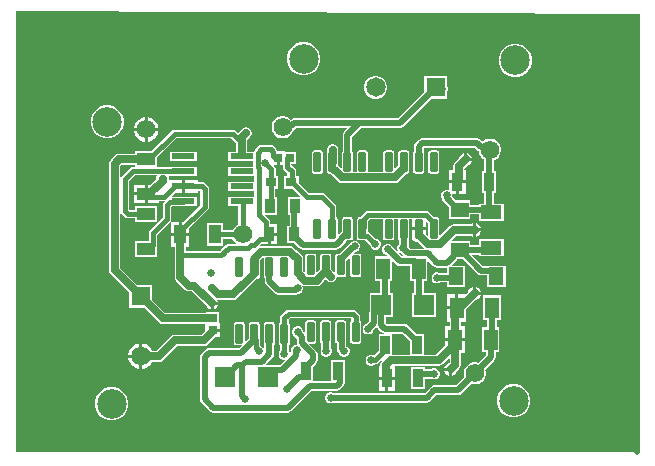
<source format=gtl>
G04*
G04 #@! TF.GenerationSoftware,Altium Limited,Altium Designer,25.3.3 (18)*
G04*
G04 Layer_Physical_Order=1*
G04 Layer_Color=255*
%FSLAX44Y44*%
%MOMM*%
G71*
G04*
G04 #@! TF.SameCoordinates,5CFDE4A5-D111-4E67-9A72-851D34BF8442*
G04*
G04*
G04 #@! TF.FilePolarity,Positive*
G04*
G01*
G75*
%ADD17R,0.7200X0.7200*%
%ADD18R,0.7200X0.7200*%
%ADD19R,1.7000X1.6800*%
G04:AMPARAMS|DCode=20|XSize=0.65mm|YSize=1.65mm|CornerRadius=0.0488mm|HoleSize=0mm|Usage=FLASHONLY|Rotation=180.000|XOffset=0mm|YOffset=0mm|HoleType=Round|Shape=RoundedRectangle|*
%AMROUNDEDRECTD20*
21,1,0.6500,1.5525,0,0,180.0*
21,1,0.5525,1.6500,0,0,180.0*
1,1,0.0975,-0.2763,0.7763*
1,1,0.0975,0.2763,0.7763*
1,1,0.0975,0.2763,-0.7763*
1,1,0.0975,-0.2763,-0.7763*
%
%ADD20ROUNDEDRECTD20*%
%ADD21R,0.8581X1.5621*%
%ADD22R,1.1500X1.8000*%
%ADD23R,1.2500X1.5000*%
%ADD24R,1.8000X1.1500*%
%ADD25R,1.5000X1.2500*%
%ADD26R,0.9000X1.2000*%
%ADD27R,1.0500X1.6000*%
%ADD28R,1.6000X1.0500*%
%ADD29R,1.9800X0.5300*%
%ADD30R,0.9000X0.8000*%
%ADD45C,1.5700*%
%ADD49C,0.5080*%
%ADD50C,0.4064*%
%ADD51C,0.6350*%
%ADD52C,1.6500*%
%ADD53R,1.6500X1.6500*%
%ADD54C,2.5000*%
%ADD55R,1.6500X1.6500*%
%ADD56C,0.6350*%
%ADD57C,0.5080*%
G36*
X1129030Y693420D02*
Y322580D01*
X1126490Y320040D01*
X1123950Y322580D01*
X600710D01*
Y695960D01*
X1129030Y693420D01*
D02*
G37*
%LPC*%
G36*
X846396Y669344D02*
X842704D01*
X839137Y668388D01*
X835939Y666542D01*
X833328Y663931D01*
X831482Y660733D01*
X830526Y657166D01*
Y653474D01*
X831482Y649907D01*
X833328Y646709D01*
X835939Y644098D01*
X839137Y642252D01*
X842704Y641296D01*
X846396D01*
X849963Y642252D01*
X853161Y644098D01*
X855772Y646709D01*
X857618Y649907D01*
X858574Y653474D01*
Y657166D01*
X857618Y660733D01*
X855772Y663931D01*
X853161Y666542D01*
X849963Y668388D01*
X846396Y669344D01*
D02*
G37*
G36*
X1025466Y668074D02*
X1021774D01*
X1018207Y667118D01*
X1015009Y665272D01*
X1012398Y662661D01*
X1010552Y659463D01*
X1009596Y655896D01*
Y652204D01*
X1010552Y648637D01*
X1012398Y645439D01*
X1015009Y642828D01*
X1018207Y640982D01*
X1021774Y640026D01*
X1025466D01*
X1029033Y640982D01*
X1032231Y642828D01*
X1034842Y645439D01*
X1036688Y648637D01*
X1037644Y652204D01*
Y655896D01*
X1036688Y659463D01*
X1034842Y662661D01*
X1032231Y665272D01*
X1029033Y667118D01*
X1025466Y668074D01*
D02*
G37*
G36*
X906797Y640964D02*
X904223D01*
X901737Y640298D01*
X899509Y639011D01*
X897689Y637191D01*
X896402Y634963D01*
X895736Y632477D01*
Y629903D01*
X896402Y627417D01*
X897689Y625189D01*
X899509Y623369D01*
X901737Y622082D01*
X904223Y621416D01*
X906797D01*
X909283Y622082D01*
X911511Y623369D01*
X913331Y625189D01*
X914618Y627417D01*
X915284Y629903D01*
Y632477D01*
X914618Y634963D01*
X913331Y637191D01*
X911511Y639011D01*
X909283Y640298D01*
X906797Y640964D01*
D02*
G37*
G36*
X966084D02*
X946536D01*
Y627276D01*
X924114Y604854D01*
X891540D01*
X891540Y604854D01*
X891540Y604854D01*
X836404D01*
X834818Y604538D01*
X833732Y603812D01*
X832553Y604991D01*
X830416Y606225D01*
X828032Y606864D01*
X825564D01*
X823179Y606225D01*
X821042Y604991D01*
X819297Y603246D01*
X818062Y601108D01*
X817424Y598724D01*
Y596256D01*
X818062Y593872D01*
X819297Y591734D01*
X821042Y589989D01*
X823179Y588755D01*
X825564Y588116D01*
X828032D01*
X830416Y588755D01*
X832553Y589989D01*
X834299Y591734D01*
X835533Y593872D01*
X835708Y594526D01*
X836829Y595275D01*
X838120Y596566D01*
X881536D01*
X878780Y593810D01*
X877882Y592466D01*
X877566Y590880D01*
Y577331D01*
X877497Y577285D01*
X877053Y576620D01*
X876897Y575835D01*
Y561961D01*
X873823Y565034D01*
Y567733D01*
X873876Y567997D01*
Y578231D01*
X873784Y578694D01*
Y579166D01*
X873603Y579602D01*
X873511Y580064D01*
X873249Y580457D01*
X873069Y580893D01*
X872735Y581227D01*
X872473Y581619D01*
X872081Y581881D01*
X871747Y582215D01*
X871311Y582395D01*
X870919Y582657D01*
X870456Y582749D01*
X870020Y582930D01*
X869548D01*
X869085Y583022D01*
X868622Y582930D01*
X868150D01*
X867714Y582749D01*
X867252Y582657D01*
X866859Y582395D01*
X866423Y582215D01*
X866090Y581881D01*
X865697Y581619D01*
X865435Y581227D01*
X865101Y580893D01*
X864921Y580457D01*
X864659Y580064D01*
X864567Y579602D01*
X864386Y579166D01*
Y578694D01*
X864294Y578231D01*
Y576324D01*
X864197Y575835D01*
Y560310D01*
X864353Y559525D01*
X864797Y558859D01*
X865463Y558415D01*
X866247Y558259D01*
X867048D01*
X869866Y555441D01*
X870187Y554959D01*
X873486Y551661D01*
X875041Y550622D01*
X875345Y550561D01*
X876874Y550257D01*
X921561D01*
X923394Y550622D01*
X924949Y551661D01*
X927987Y554699D01*
X928309Y555180D01*
X931312Y558184D01*
X932113D01*
X932897Y558340D01*
X933563Y558785D01*
X934007Y559450D01*
X934163Y560235D01*
Y575760D01*
X934007Y576545D01*
X933563Y577210D01*
X932897Y577655D01*
X932113Y577811D01*
X926588D01*
X925803Y577655D01*
X925137Y577210D01*
X924693Y576545D01*
X924537Y575760D01*
Y564960D01*
X921463Y561886D01*
Y575760D01*
X921307Y576545D01*
X920863Y577210D01*
X920197Y577655D01*
X919413Y577811D01*
X913887D01*
X913103Y577655D01*
X912437Y577210D01*
X911993Y576545D01*
X911837Y575760D01*
Y560235D01*
X911915Y559839D01*
X899130D01*
X899223Y560310D01*
Y575835D01*
X899067Y576620D01*
X898623Y577285D01*
X897957Y577729D01*
X897172Y577886D01*
X891647D01*
X890863Y577729D01*
X890197Y577285D01*
X889753Y576620D01*
X889597Y575835D01*
Y560310D01*
X889690Y559839D01*
X886430D01*
X886523Y560310D01*
Y575835D01*
X886367Y576620D01*
X885923Y577285D01*
X885854Y577331D01*
Y589164D01*
X893256Y596566D01*
X925830D01*
X927416Y596882D01*
X928760Y597780D01*
X952396Y621416D01*
X966084D01*
Y627729D01*
X966488Y628334D01*
X966804Y629920D01*
X966488Y631506D01*
X966084Y632111D01*
Y640964D01*
D02*
G37*
G36*
X712568Y606020D02*
X712470D01*
Y596900D01*
X721590D01*
Y596998D01*
X720882Y599640D01*
X719514Y602010D01*
X717580Y603944D01*
X715210Y605312D01*
X712568Y606020D01*
D02*
G37*
G36*
X709930D02*
X709832D01*
X707190Y605312D01*
X704820Y603944D01*
X702886Y602010D01*
X701518Y599640D01*
X700810Y596998D01*
Y596900D01*
X709930D01*
Y606020D01*
D02*
G37*
G36*
X795753Y597418D02*
X795290Y597326D01*
X794818D01*
X794382Y597145D01*
X793919Y597053D01*
X793527Y596791D01*
X793091Y596610D01*
X792757Y596277D01*
X792365Y596014D01*
X789079Y592729D01*
X787424Y594384D01*
X786247Y595170D01*
X784860Y595446D01*
X784860Y595446D01*
X735250D01*
X735250Y595446D01*
X733863Y595170D01*
X732686Y594384D01*
X715596Y577294D01*
X701676D01*
Y575021D01*
X688250D01*
X686721Y574717D01*
X686416Y574656D01*
X684862Y573618D01*
X681142Y569898D01*
X680104Y568344D01*
X679739Y566510D01*
Y476569D01*
X680104Y474735D01*
X681142Y473181D01*
X696995Y457328D01*
Y444556D01*
X709767D01*
X722101Y432222D01*
X723655Y431184D01*
X725489Y430819D01*
X754380D01*
X754843Y430911D01*
X755315D01*
X755415Y430952D01*
X761290D01*
Y425246D01*
X757866Y421822D01*
X735801D01*
X733967Y421457D01*
X732413Y420419D01*
X720315Y408321D01*
X716462D01*
X715403Y410155D01*
X713394Y412164D01*
X710934Y413585D01*
X708189Y414320D01*
X708039D01*
Y403530D01*
Y392740D01*
X708189D01*
X710934Y393475D01*
X713394Y394896D01*
X715403Y396905D01*
X716462Y398739D01*
X722300D01*
X724134Y399104D01*
X725688Y400142D01*
X737785Y412240D01*
X759851D01*
X761684Y412604D01*
X763239Y413643D01*
X769199Y419604D01*
X773570D01*
Y424473D01*
X767430D01*
Y427014D01*
X773570D01*
Y431884D01*
X772554D01*
Y440868D01*
X762306D01*
Y440535D01*
X754513D01*
X753842Y440401D01*
X727473D01*
X716543Y451332D01*
Y464104D01*
X703770D01*
X689321Y478553D01*
Y564526D01*
X690234Y565439D01*
X701676D01*
Y564077D01*
X700151D01*
X700151Y564077D01*
X698764Y563801D01*
X697587Y563015D01*
X697587Y563015D01*
X690856Y556284D01*
X690070Y555107D01*
X689794Y553720D01*
X689794Y553720D01*
Y526401D01*
X689794Y526401D01*
X690070Y525013D01*
X690856Y523837D01*
X693237Y521456D01*
X693237Y521456D01*
X694413Y520670D01*
X695801Y520394D01*
X695801Y520394D01*
X701676D01*
Y517246D01*
X720724D01*
Y530794D01*
X701676D01*
Y527646D01*
X697302D01*
X697046Y527902D01*
Y552218D01*
X701653Y556825D01*
X720270D01*
X719455Y554857D01*
Y553301D01*
X714965Y548810D01*
X712470D01*
Y541020D01*
Y533230D01*
X721740D01*
Y534854D01*
X726737D01*
X726737Y534854D01*
X727156Y534938D01*
X726416Y534198D01*
X725630Y533022D01*
X725354Y531634D01*
X725354Y531634D01*
Y520932D01*
X714604Y510182D01*
X713818Y509006D01*
X713542Y507618D01*
X713542Y507618D01*
Y501294D01*
X701676D01*
Y487746D01*
X720724D01*
Y497388D01*
X720794Y497738D01*
X720794Y497738D01*
Y506116D01*
X731544Y516866D01*
X731544Y516866D01*
X732015Y517571D01*
X732330Y518042D01*
X732606Y519430D01*
Y530133D01*
X732862Y530390D01*
X742222D01*
X742222Y530389D01*
X742572Y530459D01*
X754264D01*
Y538807D01*
X732191D01*
X735527Y542143D01*
X741570D01*
Y547333D01*
Y552523D01*
X730860D01*
X730885Y552583D01*
Y554857D01*
X730243Y556408D01*
X731416D01*
Y555859D01*
X754264D01*
Y564207D01*
X731416D01*
Y563659D01*
X729558D01*
X729345Y563801D01*
X727958Y564077D01*
X727958Y564077D01*
X720724D01*
Y572166D01*
X736752Y588194D01*
X783358D01*
X787339Y584213D01*
X787349Y584207D01*
Y576907D01*
X780716D01*
Y568559D01*
X801925D01*
Y564207D01*
X780716D01*
Y555859D01*
X802824D01*
Y551507D01*
X780716D01*
Y543159D01*
X802824D01*
Y538807D01*
X780716D01*
Y530459D01*
X789234D01*
Y515461D01*
X787104Y514231D01*
X785359Y512486D01*
X784129Y510356D01*
X776394D01*
Y516254D01*
X762846D01*
Y497206D01*
X776394D01*
Y503104D01*
X784129D01*
X785359Y500974D01*
X787104Y499229D01*
X787588Y498950D01*
X781074D01*
X779687Y498674D01*
X778510Y497888D01*
X778510Y497888D01*
X774676Y494054D01*
X774355Y493573D01*
X773357Y492576D01*
X744911D01*
Y496190D01*
X747910D01*
Y505460D01*
X740120D01*
X732330D01*
Y496190D01*
X735329D01*
Y491331D01*
Y488950D01*
Y470938D01*
X735694Y469104D01*
X736732Y467550D01*
X744381Y459901D01*
X745936Y458863D01*
X747769Y458498D01*
X750059D01*
X762510Y446046D01*
X762799Y445349D01*
X764228Y443919D01*
X765836Y443254D01*
Y448226D01*
X767106D01*
Y449496D01*
X772078D01*
X771413Y451104D01*
X771183Y451333D01*
X772160Y451139D01*
X784899D01*
X786733Y451504D01*
X788287Y452542D01*
X801557Y465812D01*
X801879Y466294D01*
X804882Y469297D01*
X805683D01*
X806467Y469453D01*
X807133Y469898D01*
X807577Y470563D01*
X807733Y471348D01*
Y473921D01*
X807786Y474186D01*
Y484516D01*
X810539Y487269D01*
X810885D01*
X810807Y486873D01*
Y471348D01*
X810963Y470563D01*
X811407Y469898D01*
X811476Y469852D01*
Y467110D01*
X811792Y465524D01*
X812690Y464180D01*
X820003Y456867D01*
X821347Y455969D01*
X822933Y455653D01*
X837913D01*
X839499Y455969D01*
X840011Y456311D01*
X840405D01*
X842132Y457026D01*
X843454Y458348D01*
X844169Y460075D01*
Y461945D01*
X843604Y463309D01*
X843816Y463167D01*
X845649Y462803D01*
X855471D01*
X857304Y463167D01*
X858859Y464206D01*
X861897Y467244D01*
X862219Y467726D01*
X863260Y468767D01*
X864437Y467590D01*
X865992Y466551D01*
X867825Y466187D01*
X869659Y466551D01*
X871213Y467590D01*
X872252Y469144D01*
X872591Y470850D01*
X873197Y470729D01*
X878723D01*
X879507Y470886D01*
X880173Y471330D01*
X880617Y471995D01*
X880773Y472780D01*
Y484496D01*
X883847Y487569D01*
Y472780D01*
X884003Y471995D01*
X884447Y471330D01*
X885113Y470886D01*
X885898Y470729D01*
X891423D01*
X892207Y470886D01*
X892873Y471330D01*
X893317Y471995D01*
X893473Y472780D01*
Y488305D01*
X893317Y489090D01*
X892873Y489756D01*
X892207Y490200D01*
X891423Y490356D01*
X886633D01*
X888148Y491871D01*
X888665D01*
X890392Y492586D01*
X891714Y493908D01*
X892429Y495635D01*
Y497505D01*
X891714Y499232D01*
X890392Y500554D01*
X888665Y501269D01*
X886795D01*
X885068Y500554D01*
X883746Y499232D01*
X883716Y499159D01*
X874913Y490356D01*
X873197D01*
X872413Y490200D01*
X871747Y489756D01*
X871303Y489090D01*
X871147Y488305D01*
Y474432D01*
X868073Y477505D01*
Y488305D01*
X867917Y489090D01*
X867473Y489756D01*
X866807Y490200D01*
X866023Y490356D01*
X860498D01*
X859713Y490200D01*
X859047Y489756D01*
X858603Y489090D01*
X858447Y488305D01*
Y477505D01*
X855373Y474432D01*
Y488305D01*
X855217Y489090D01*
X854773Y489756D01*
X854107Y490200D01*
X853323Y490356D01*
X847797D01*
X847013Y490200D01*
X846347Y489756D01*
X845903Y489090D01*
X845747Y488305D01*
Y474272D01*
X844231Y475787D01*
Y485850D01*
X843927Y487380D01*
X843866Y487684D01*
X842828Y489238D01*
X838458Y493608D01*
X838458Y493608D01*
X836618Y495448D01*
X835064Y496486D01*
X833231Y496851D01*
X808555D01*
X806721Y496486D01*
X806205Y496141D01*
X806041Y496032D01*
X808310Y498301D01*
Y498190D01*
X814080D01*
Y506730D01*
X815350D01*
Y508000D01*
X822390D01*
Y515270D01*
X816508D01*
Y516808D01*
X816232Y518195D01*
X815446Y519372D01*
X815446Y519372D01*
X811481Y523336D01*
X822294D01*
Y538384D01*
X820365D01*
Y545363D01*
X823232D01*
Y556411D01*
X820834D01*
Y562284D01*
X820557Y563672D01*
X820243Y564143D01*
X819772Y564848D01*
X819771Y564848D01*
X819259Y565360D01*
X821659D01*
Y571500D01*
X824199D01*
Y565360D01*
X826954D01*
Y563880D01*
X826954Y563880D01*
X827230Y562492D01*
X828016Y561316D01*
X830764Y558568D01*
Y556411D01*
X828184D01*
Y545363D01*
X835104D01*
X842083Y538384D01*
X831246D01*
Y523336D01*
X832666D01*
Y514254D01*
X830326D01*
Y499206D01*
X836514D01*
X840810Y494910D01*
X842154Y494012D01*
X843740Y493696D01*
X872240D01*
X873825Y494012D01*
X875170Y494910D01*
X879254Y498994D01*
X880152Y500339D01*
X880251Y500836D01*
X881167Y501752D01*
X881202Y501759D01*
X884473D01*
X885257Y501915D01*
X885923Y502360D01*
X886367Y503025D01*
X886523Y503810D01*
Y519335D01*
X886367Y520120D01*
X885923Y520785D01*
X885257Y521230D01*
X884473Y521386D01*
X878948D01*
X878163Y521230D01*
X877497Y520785D01*
X877053Y520120D01*
X876897Y519335D01*
Y509066D01*
X876487Y508792D01*
X873823Y506129D01*
Y519335D01*
X873667Y520120D01*
X873223Y520785D01*
X872557Y521230D01*
X872265Y521288D01*
Y529630D01*
X872265Y529630D01*
X871989Y531018D01*
X871203Y532194D01*
X871203Y532194D01*
X862354Y541044D01*
X861178Y541830D01*
X859790Y542106D01*
X859790Y542106D01*
X848616D01*
X840232Y550490D01*
Y556411D01*
X838016D01*
Y560070D01*
X838016Y560070D01*
X837740Y561457D01*
X836954Y562634D01*
X834206Y565382D01*
Y566376D01*
X838053D01*
Y576624D01*
X829069D01*
Y577640D01*
X822458D01*
X822362Y578127D01*
X821576Y579303D01*
X821576Y579303D01*
X819195Y581684D01*
X818019Y582470D01*
X816631Y582746D01*
X816631Y582746D01*
X808831D01*
X807443Y582470D01*
X806972Y582155D01*
X806267Y581684D01*
X806267Y581684D01*
X803032Y578449D01*
X802246Y577273D01*
X802174Y576907D01*
X796931D01*
Y587029D01*
X799140Y589239D01*
X799403Y589631D01*
X799736Y589965D01*
X799917Y590401D01*
X800179Y590793D01*
X800271Y591256D01*
X800452Y591692D01*
Y592164D01*
X800544Y592627D01*
X800452Y593089D01*
Y593561D01*
X800271Y593997D01*
X800179Y594460D01*
X799917Y594852D01*
X799736Y595288D01*
X799403Y595622D01*
X799140Y596014D01*
X798748Y596277D01*
X798415Y596610D01*
X797978Y596791D01*
X797586Y597053D01*
X797123Y597145D01*
X796687Y597326D01*
X796215D01*
X795753Y597418D01*
D02*
G37*
G36*
X680026Y616004D02*
X676334D01*
X672767Y615048D01*
X669569Y613202D01*
X666958Y610591D01*
X665112Y607393D01*
X664156Y603826D01*
Y600134D01*
X665112Y596567D01*
X666958Y593369D01*
X669569Y590758D01*
X672767Y588912D01*
X676334Y587956D01*
X680026D01*
X683593Y588912D01*
X686791Y590758D01*
X689402Y593369D01*
X691248Y596567D01*
X692204Y600134D01*
Y603826D01*
X691248Y607393D01*
X689402Y610591D01*
X686791Y613202D01*
X683593Y615048D01*
X680026Y616004D01*
D02*
G37*
G36*
X721590Y594360D02*
X712470D01*
Y585240D01*
X712568D01*
X715210Y585948D01*
X717580Y587316D01*
X719514Y589250D01*
X720882Y591620D01*
X721590Y594262D01*
Y594360D01*
D02*
G37*
G36*
X709930D02*
X700810D01*
Y594262D01*
X701518Y591620D01*
X702886Y589250D01*
X704820Y587316D01*
X707190Y585948D01*
X709832Y585240D01*
X709930D01*
Y594360D01*
D02*
G37*
G36*
X982980Y575890D02*
Y571500D01*
X987370D01*
X986555Y573467D01*
X984947Y575075D01*
X982980Y575890D01*
D02*
G37*
G36*
X754264Y576907D02*
X731416D01*
Y568559D01*
X754264D01*
Y576907D01*
D02*
G37*
G36*
X859072Y577886D02*
X853548D01*
X852763Y577729D01*
X852097Y577285D01*
X851653Y576620D01*
X851497Y575835D01*
Y560310D01*
X851653Y559525D01*
X852097Y558859D01*
X852763Y558415D01*
X853548Y558259D01*
X859072D01*
X859857Y558415D01*
X860523Y558859D01*
X860967Y559525D01*
X861123Y560310D01*
Y575835D01*
X860967Y576620D01*
X860523Y577285D01*
X859857Y577729D01*
X859072Y577886D01*
D02*
G37*
G36*
X957513Y577811D02*
X951988D01*
X951203Y577655D01*
X950537Y577210D01*
X950093Y576545D01*
X949937Y575760D01*
Y560235D01*
X950093Y559450D01*
X950537Y558785D01*
X951203Y558340D01*
X951988Y558184D01*
X957513D01*
X958297Y558340D01*
X958963Y558785D01*
X959407Y559450D01*
X959563Y560235D01*
Y575760D01*
X959407Y576545D01*
X958963Y577210D01*
X958297Y577655D01*
X957513Y577811D01*
D02*
G37*
G36*
X980440Y575890D02*
X978473Y575075D01*
X976865Y573467D01*
X975995Y571367D01*
Y571291D01*
X972518Y567813D01*
X971479Y566259D01*
X971115Y564426D01*
Y561531D01*
X967959D01*
Y552450D01*
X981621D01*
Y561531D01*
X980697D01*
Y562441D01*
X982771Y564515D01*
X982847D01*
X984947Y565385D01*
X986555Y566993D01*
X987370Y568960D01*
X981710D01*
Y570230D01*
X980440D01*
Y575890D01*
D02*
G37*
G36*
X709930Y548810D02*
X700660D01*
Y542290D01*
X709930D01*
Y548810D01*
D02*
G37*
G36*
X981621Y549910D02*
X976060D01*
Y540829D01*
X981621D01*
Y549910D01*
D02*
G37*
G36*
X709930Y539750D02*
X700660D01*
Y533230D01*
X709930D01*
Y539750D01*
D02*
G37*
G36*
X991574Y588054D02*
X945026D01*
X943440Y587738D01*
X942096Y586840D01*
X939120Y583864D01*
X938222Y582520D01*
X937906Y580934D01*
Y577256D01*
X937837Y577210D01*
X937393Y576545D01*
X937237Y575760D01*
Y560235D01*
X937393Y559450D01*
X937837Y558785D01*
X938503Y558340D01*
X939287Y558184D01*
X944812D01*
X945597Y558340D01*
X946263Y558785D01*
X946707Y559450D01*
X946863Y560235D01*
Y575760D01*
X946707Y576545D01*
X946263Y577210D01*
X946194Y577256D01*
Y579218D01*
X946742Y579766D01*
X989858D01*
X992121Y577503D01*
X992760Y577076D01*
X993375Y574783D01*
X994609Y572645D01*
X996354Y570900D01*
X997576Y570194D01*
Y560515D01*
X995515D01*
Y541845D01*
X997186D01*
Y532814D01*
X992776D01*
Y531933D01*
X985654D01*
Y535564D01*
X973466D01*
X970346Y538684D01*
X970399Y538813D01*
Y540682D01*
X970338Y540829D01*
X973520D01*
Y549910D01*
X967959D01*
Y543898D01*
X966635Y544446D01*
X964765D01*
X963038Y543731D01*
X961716Y542409D01*
X961001Y540682D01*
Y538813D01*
X961716Y537086D01*
X961855Y536947D01*
X962115Y535641D01*
X963013Y534296D01*
X967606Y529704D01*
Y520016D01*
X985654D01*
Y523646D01*
X992776D01*
Y518266D01*
X1013824D01*
Y532814D01*
X1005474D01*
Y541845D01*
X1007145D01*
Y560515D01*
X1005863D01*
Y569744D01*
X1007866Y570900D01*
X1009611Y572645D01*
X1010845Y574783D01*
X1011484Y577167D01*
Y579635D01*
X1010845Y582019D01*
X1009611Y584157D01*
X1007866Y585902D01*
X1005728Y587136D01*
X1003344Y587775D01*
X1000876D01*
X998492Y587136D01*
X996354Y585902D01*
X995898Y585446D01*
X994504Y586840D01*
X993160Y587738D01*
X991574Y588054D01*
D02*
G37*
G36*
X947944Y526929D02*
X947944Y526929D01*
X899223D01*
X899223Y526929D01*
X897836Y526653D01*
X896660Y525867D01*
X896660Y525867D01*
X893064Y522272D01*
X892472Y521386D01*
X891647D01*
X890863Y521230D01*
X890197Y520785D01*
X889753Y520120D01*
X889597Y519335D01*
Y503810D01*
X889753Y503025D01*
X890197Y502360D01*
X890863Y501915D01*
X891647Y501759D01*
X895476D01*
X895628Y501729D01*
X895628Y501729D01*
X896826D01*
X900661Y497894D01*
Y497388D01*
X901376Y495661D01*
X902698Y494339D01*
X904425Y493623D01*
X906295D01*
X908022Y494339D01*
X909344Y495661D01*
X910059Y497388D01*
Y499257D01*
X909344Y500984D01*
X908022Y502306D01*
X906295Y503021D01*
X905788D01*
X900892Y507918D01*
X899715Y508704D01*
X899223Y508802D01*
Y512638D01*
X899254Y512790D01*
X899254Y512790D01*
Y518206D01*
X900725Y519678D01*
X911920D01*
X911837Y519260D01*
Y503735D01*
X911993Y502950D01*
X912437Y502285D01*
X913103Y501840D01*
X913887Y501684D01*
X919413D01*
X920197Y501840D01*
X920863Y502285D01*
X921307Y502950D01*
X921463Y503735D01*
Y519260D01*
X921380Y519678D01*
X924620D01*
X924537Y519260D01*
Y503735D01*
X924693Y502950D01*
X925137Y502285D01*
X925382Y502121D01*
Y498958D01*
X924386Y497962D01*
X923671Y496235D01*
Y494365D01*
X924386Y492638D01*
X925708Y491316D01*
X927049Y490761D01*
X929686Y488124D01*
X927854D01*
X919914Y496063D01*
X919654Y496692D01*
X918332Y498014D01*
X916605Y498729D01*
X914735D01*
X913008Y498014D01*
X911686Y496692D01*
X910971Y494965D01*
Y493095D01*
X911686Y491368D01*
X913008Y490046D01*
X914735Y489331D01*
X914926D01*
X916213Y488044D01*
X904826D01*
Y466996D01*
X909226D01*
Y456862D01*
X900376D01*
Y441478D01*
X900296Y441078D01*
Y433716D01*
X897839Y431259D01*
X896498Y430704D01*
X895176Y429382D01*
X894461Y427655D01*
Y425785D01*
X895176Y424058D01*
X896498Y422736D01*
X898225Y422021D01*
X900095D01*
X901822Y422736D01*
X903144Y424058D01*
X903699Y425399D01*
X906545Y428245D01*
X906572Y428110D01*
X907470Y426766D01*
X910446Y423790D01*
X911790Y422892D01*
X913376Y422576D01*
X928204D01*
X934555Y416225D01*
Y405031D01*
X919645D01*
Y422085D01*
X908015D01*
Y408543D01*
X903757Y404284D01*
X902635Y404749D01*
X900765D01*
X899038Y404034D01*
X897716Y402712D01*
X897001Y400985D01*
Y399115D01*
X897716Y397388D01*
X899038Y396066D01*
X900765Y395351D01*
X902635D01*
X904362Y396066D01*
X905174Y396879D01*
X906475Y397138D01*
X907651Y397924D01*
X913143Y403415D01*
X914519D01*
X911012Y399908D01*
X909974Y398354D01*
X909609Y396521D01*
Y395161D01*
X908269D01*
Y386080D01*
X921931D01*
Y395161D01*
X919816D01*
X920104Y395449D01*
X958884D01*
X960718Y395814D01*
X962272Y396852D01*
X968162Y402743D01*
Y398358D01*
X967949Y398145D01*
X967873D01*
X965773Y397275D01*
X964165Y395667D01*
X963350Y393700D01*
X969010D01*
Y392430D01*
X970280D01*
Y386770D01*
X972247Y387585D01*
X973855Y389193D01*
X974725Y391293D01*
Y391369D01*
X976341Y392985D01*
X977380Y394540D01*
X977744Y396373D01*
Y406019D01*
X981243D01*
Y416289D01*
X972953D01*
X964663D01*
Y412795D01*
X956900Y405031D01*
X946185D01*
Y422085D01*
X940415D01*
X932850Y429650D01*
X931506Y430548D01*
X929920Y430864D01*
X915092D01*
X914544Y431412D01*
Y437014D01*
X920424D01*
Y456862D01*
X917514D01*
Y466996D01*
X919374D01*
Y484883D01*
X923207Y481050D01*
X924552Y480152D01*
X926137Y479836D01*
X934826D01*
Y466996D01*
X937956D01*
Y456862D01*
X936176D01*
Y437014D01*
X956224D01*
Y456862D01*
X946244D01*
Y466996D01*
X949374D01*
Y484883D01*
X954454Y479804D01*
X955798Y478905D01*
X957384Y478590D01*
X965576D01*
Y474287D01*
X959269D01*
X958515Y474599D01*
X956645D01*
X954918Y473884D01*
X953596Y472562D01*
X952881Y470835D01*
Y468965D01*
X953596Y467238D01*
X954918Y465916D01*
X956645Y465201D01*
X958515D01*
X960242Y465916D01*
X960325Y465999D01*
X965576D01*
Y462146D01*
X981124D01*
Y480194D01*
X969394D01*
X974600Y485400D01*
X974678Y485516D01*
X979794D01*
X992110Y473200D01*
X993454Y472302D01*
X995040Y471986D01*
X995040Y471986D01*
X1000076D01*
Y462146D01*
X1015624D01*
Y480194D01*
X1004540D01*
X1004140Y480274D01*
X996756D01*
X987394Y489636D01*
X992776D01*
Y488266D01*
X1013824D01*
Y502814D01*
X992776D01*
Y497924D01*
X985654D01*
Y501064D01*
X968952D01*
X973637Y505749D01*
X986039D01*
X986093Y505695D01*
X988060Y504880D01*
Y510540D01*
Y516200D01*
X986093Y515385D01*
X986039Y515331D01*
X971652D01*
X970123Y515027D01*
X969819Y514966D01*
X968265Y513928D01*
X959563Y505227D01*
Y519260D01*
X959407Y520045D01*
X958963Y520710D01*
X958297Y521155D01*
X957513Y521311D01*
X955064D01*
X950508Y525867D01*
X949332Y526653D01*
X947944Y526929D01*
D02*
G37*
G36*
X990600Y516200D02*
Y511810D01*
X994990D01*
X994175Y513777D01*
X992567Y515385D01*
X990600Y516200D01*
D02*
G37*
G36*
X755280Y552523D02*
X744110D01*
Y547333D01*
Y542143D01*
X755280D01*
Y543708D01*
X756848D01*
X757104Y543451D01*
Y531592D01*
X742783Y517270D01*
X741390D01*
Y508000D01*
X747910D01*
Y512142D01*
X763294Y527526D01*
X763294Y527526D01*
X763765Y528231D01*
X764080Y528703D01*
X764356Y530090D01*
Y544952D01*
X764356Y544953D01*
X764080Y546340D01*
X763294Y547516D01*
X763294Y547516D01*
X760913Y549897D01*
X759737Y550683D01*
X758349Y550959D01*
X758349Y550959D01*
X755280D01*
Y552523D01*
D02*
G37*
G36*
X738850Y517270D02*
X732330D01*
Y508000D01*
X738850D01*
Y517270D01*
D02*
G37*
G36*
X994990Y509270D02*
X990600D01*
Y504880D01*
X992567Y505695D01*
X994175Y507303D01*
X994990Y509270D01*
D02*
G37*
G36*
X822390Y505460D02*
X816620D01*
Y498190D01*
X822390D01*
Y505460D01*
D02*
G37*
G36*
X990513Y462547D02*
Y458157D01*
X994903D01*
X994088Y460124D01*
X992480Y461732D01*
X990513Y462547D01*
D02*
G37*
G36*
X972820Y456040D02*
X965800D01*
Y445770D01*
X972820D01*
Y456040D01*
D02*
G37*
G36*
X772078Y446956D02*
X768376D01*
Y443254D01*
X769984Y443919D01*
X771413Y445349D01*
X772078Y446956D01*
D02*
G37*
G36*
X987973Y462547D02*
X986006Y461732D01*
X984398Y460124D01*
X983528Y458024D01*
Y457948D01*
X981620Y456040D01*
X975360D01*
Y444500D01*
X974090D01*
Y443230D01*
X965800D01*
Y432960D01*
X968162D01*
Y429099D01*
X964663D01*
Y418829D01*
X972953D01*
X981243D01*
Y429099D01*
X977744D01*
Y432960D01*
X982380D01*
Y443248D01*
X990304Y451172D01*
X990380D01*
X992480Y452042D01*
X994088Y453650D01*
X994903Y455617D01*
X989243D01*
Y456887D01*
X987973D01*
Y462547D01*
D02*
G37*
G36*
X886279Y443046D02*
X886279Y443046D01*
X831850D01*
X830462Y442770D01*
X829991Y442455D01*
X829286Y441984D01*
X829286Y441984D01*
X825756Y438454D01*
X824970Y437277D01*
X824694Y435890D01*
X824694Y435890D01*
Y432216D01*
X824107Y431823D01*
X823663Y431158D01*
X823507Y430373D01*
Y414848D01*
X823663Y414063D01*
X824107Y413398D01*
X824554Y413099D01*
Y408290D01*
X824056Y407792D01*
X823341Y406065D01*
Y404195D01*
X824056Y402468D01*
X825378Y401146D01*
X827105Y400431D01*
X828975D01*
X829003Y400443D01*
X824387Y395827D01*
X824214D01*
Y396004D01*
X812022D01*
X812178Y396108D01*
X818250Y402180D01*
X819148Y403524D01*
X819463Y405110D01*
Y413151D01*
X819833Y413398D01*
X820277Y414063D01*
X820433Y414848D01*
Y430373D01*
X820277Y431158D01*
X819833Y431823D01*
X819167Y432268D01*
X818382Y432424D01*
X812858D01*
X812073Y432268D01*
X811407Y431823D01*
X810963Y431158D01*
X810807Y430373D01*
Y414848D01*
X810963Y414063D01*
X811176Y413744D01*
Y406826D01*
X811149Y406799D01*
Y408605D01*
X810434Y410332D01*
X809112Y411654D01*
X807764Y412212D01*
Y417119D01*
X807764Y417119D01*
X807733Y417271D01*
Y430373D01*
X807577Y431158D01*
X807133Y431823D01*
X806467Y432268D01*
X805683Y432424D01*
X800157D01*
X799373Y432268D01*
X798707Y431823D01*
X798263Y431158D01*
X798107Y430373D01*
Y418657D01*
X795033Y415584D01*
Y430373D01*
X794877Y431158D01*
X794433Y431823D01*
X793767Y432268D01*
X792982Y432424D01*
X787458D01*
X786673Y432268D01*
X786007Y431823D01*
X785563Y431158D01*
X785407Y430373D01*
Y414848D01*
X785563Y414063D01*
X786007Y413398D01*
X786673Y412953D01*
X787458Y412797D01*
X792247D01*
X790031Y410581D01*
X764578D01*
X762992Y410266D01*
X761648Y409368D01*
X757800Y405520D01*
X756902Y404176D01*
X756586Y402590D01*
Y367030D01*
X756902Y365444D01*
X757800Y364100D01*
X765039Y356861D01*
X766383Y355963D01*
X767969Y355647D01*
X830961D01*
X832547Y355963D01*
X833891Y356861D01*
X851346Y374316D01*
X872636D01*
X874221Y374632D01*
X875566Y375530D01*
X878100Y378064D01*
X878998Y379409D01*
X879314Y380994D01*
Y389409D01*
X879234Y389810D01*
Y400495D01*
X867605D01*
Y382604D01*
X852694D01*
Y394635D01*
X855319Y397260D01*
X856217Y398604D01*
X856533Y400190D01*
Y405252D01*
X856217Y406837D01*
X855319Y408182D01*
X849272Y414229D01*
X853323D01*
X854107Y414385D01*
X854773Y414830D01*
X855217Y415495D01*
X855373Y416280D01*
Y431805D01*
X855217Y432590D01*
X854773Y433256D01*
X854107Y433700D01*
X853323Y433856D01*
X847797D01*
X847013Y433700D01*
X846347Y433256D01*
X845903Y432590D01*
X845747Y431805D01*
Y423420D01*
X844169Y424997D01*
Y425115D01*
X843454Y426842D01*
X842132Y428164D01*
X840405Y428879D01*
X838535D01*
X836808Y428164D01*
X835486Y426842D01*
X834771Y425115D01*
Y423245D01*
X835486Y421518D01*
X836808Y420196D01*
X837562Y419884D01*
X839102Y418344D01*
Y414395D01*
X839291Y413446D01*
X837722D01*
X835995Y412731D01*
X834673Y411409D01*
X833957Y409682D01*
Y407812D01*
X834270Y407058D01*
Y405710D01*
X832727Y404167D01*
X832739Y404195D01*
Y406065D01*
X832024Y407792D01*
X831806Y408010D01*
Y412941D01*
X831867Y412953D01*
X832533Y413398D01*
X832977Y414063D01*
X833133Y414848D01*
Y430373D01*
X832977Y431158D01*
X832533Y431823D01*
X831946Y432216D01*
Y434388D01*
X833352Y435794D01*
X884778D01*
X885034Y435538D01*
Y433648D01*
X884447Y433256D01*
X884003Y432590D01*
X883847Y431805D01*
Y416280D01*
X884003Y415495D01*
X884447Y414830D01*
X885113Y414385D01*
X885898Y414229D01*
X891423D01*
X892207Y414385D01*
X892873Y414830D01*
X893317Y415495D01*
X893473Y416280D01*
Y431805D01*
X893317Y432590D01*
X892873Y433256D01*
X892286Y433648D01*
Y437039D01*
X892286Y437039D01*
X892010Y438427D01*
X891224Y439603D01*
X891224Y439603D01*
X888843Y441984D01*
X887667Y442770D01*
X886279Y443046D01*
D02*
G37*
G36*
X705499Y414320D02*
X705348D01*
X702604Y413585D01*
X700144Y412164D01*
X698135Y410155D01*
X696714Y407695D01*
X695979Y404950D01*
Y404800D01*
X705499D01*
Y414320D01*
D02*
G37*
G36*
X878723Y433856D02*
X873197D01*
X872413Y433700D01*
X871747Y433256D01*
X871303Y432590D01*
X871147Y431805D01*
Y416280D01*
X871303Y415495D01*
X871747Y414830D01*
X872413Y414385D01*
X872526Y414363D01*
Y409840D01*
X872842Y408254D01*
X873740Y406910D01*
X874301Y406349D01*
X874856Y405008D01*
X876178Y403686D01*
X877905Y402971D01*
X879775D01*
X881502Y403686D01*
X882824Y405008D01*
X883539Y406735D01*
Y408605D01*
X882824Y410332D01*
X881502Y411654D01*
X880814Y411939D01*
Y427583D01*
X880814Y427583D01*
X880773Y427785D01*
Y431805D01*
X880617Y432590D01*
X880173Y433256D01*
X879507Y433700D01*
X878723Y433856D01*
D02*
G37*
G36*
X866023D02*
X860498D01*
X859713Y433700D01*
X859047Y433256D01*
X858603Y432590D01*
X858447Y431805D01*
Y416280D01*
X858603Y415495D01*
X859047Y414830D01*
X859116Y414784D01*
Y409125D01*
X858901Y408605D01*
Y406735D01*
X859616Y405008D01*
X860938Y403686D01*
X862665Y402971D01*
X864535D01*
X866262Y403686D01*
X867584Y405008D01*
X868299Y406735D01*
Y408605D01*
X867584Y410332D01*
X867404Y410512D01*
Y414784D01*
X867473Y414830D01*
X867917Y415495D01*
X868073Y416280D01*
Y431805D01*
X867917Y432590D01*
X867473Y433256D01*
X866807Y433700D01*
X866023Y433856D01*
D02*
G37*
G36*
X1011364Y455024D02*
X996816D01*
Y433976D01*
X999946D01*
Y428083D01*
X995679D01*
Y407035D01*
X998810D01*
Y404300D01*
X992471Y397962D01*
X990673Y398443D01*
X988205D01*
X985821Y397805D01*
X983683Y396571D01*
X981938Y394825D01*
X980704Y392688D01*
X980065Y390303D01*
Y387835D01*
X980547Y386037D01*
X973303Y378794D01*
X955189D01*
X953603Y378478D01*
X952259Y377580D01*
X947122Y372444D01*
X869686D01*
X868345Y372999D01*
X866475D01*
X864748Y372284D01*
X863426Y370962D01*
X862711Y369235D01*
Y367365D01*
X863426Y365638D01*
X864748Y364316D01*
X866475Y363601D01*
X868345D01*
X869686Y364156D01*
X948839D01*
X950424Y364472D01*
X951769Y365370D01*
X956905Y370506D01*
X975020D01*
X976605Y370822D01*
X977950Y371720D01*
X986407Y380177D01*
X988205Y379695D01*
X990673D01*
X993057Y380334D01*
X995195Y381568D01*
X996940Y383314D01*
X998174Y385451D01*
X998813Y387835D01*
Y390303D01*
X998331Y392102D01*
X1005883Y399654D01*
X1006781Y400998D01*
X1007097Y402584D01*
Y407035D01*
X1010227D01*
Y428083D01*
X1008234D01*
Y433976D01*
X1011364D01*
Y455024D01*
D02*
G37*
G36*
X705499Y402260D02*
X695979D01*
Y402109D01*
X696714Y399365D01*
X698135Y396905D01*
X700144Y394896D01*
X702604Y393475D01*
X705348Y392740D01*
X705499D01*
Y402260D01*
D02*
G37*
G36*
X967740Y391160D02*
X963350D01*
X964165Y389193D01*
X965773Y387585D01*
X967740Y386770D01*
Y391160D01*
D02*
G37*
G36*
X947455Y394145D02*
X935825D01*
Y375475D01*
X947455D01*
Y384476D01*
X952765D01*
X954105Y383921D01*
X955975D01*
X957702Y384636D01*
X959024Y385958D01*
X959739Y387685D01*
Y389555D01*
X959024Y391282D01*
X957702Y392604D01*
X955975Y393319D01*
X954105D01*
X952765Y392764D01*
X947455D01*
Y394145D01*
D02*
G37*
G36*
X921931Y383540D02*
X916370D01*
Y374459D01*
X921931D01*
Y383540D01*
D02*
G37*
G36*
X913830D02*
X908269D01*
Y374459D01*
X913830D01*
Y383540D01*
D02*
G37*
G36*
X1024196Y379784D02*
X1020504D01*
X1016937Y378828D01*
X1013739Y376982D01*
X1011128Y374371D01*
X1009282Y371173D01*
X1008326Y367606D01*
Y363914D01*
X1009282Y360347D01*
X1011128Y357149D01*
X1013739Y354538D01*
X1016937Y352692D01*
X1020504Y351736D01*
X1024196D01*
X1027763Y352692D01*
X1030961Y354538D01*
X1033572Y357149D01*
X1035418Y360347D01*
X1036374Y363914D01*
Y367606D01*
X1035418Y371173D01*
X1033572Y374371D01*
X1030961Y376982D01*
X1027763Y378828D01*
X1024196Y379784D01*
D02*
G37*
G36*
X683836Y377244D02*
X680144D01*
X676577Y376288D01*
X673379Y374442D01*
X670768Y371831D01*
X668922Y368633D01*
X667966Y365066D01*
Y361374D01*
X668922Y357807D01*
X670768Y354609D01*
X673379Y351998D01*
X676577Y350152D01*
X680144Y349196D01*
X683836D01*
X687403Y350152D01*
X690601Y351998D01*
X693212Y354609D01*
X695058Y357807D01*
X696014Y361374D01*
Y365066D01*
X695058Y368633D01*
X693212Y371831D01*
X690601Y374442D01*
X687403Y376288D01*
X683836Y377244D01*
D02*
G37*
%LPD*%
G36*
X936201Y519260D02*
Y512767D01*
X942050D01*
X947899D01*
Y518221D01*
X949937Y516183D01*
Y505227D01*
X947899Y507264D01*
Y510227D01*
X942050D01*
X936201D01*
Y503735D01*
X936436Y502554D01*
X937105Y501552D01*
X938106Y500883D01*
X939287Y500648D01*
X940964D01*
X946451Y495161D01*
X947100Y494728D01*
X934802D01*
X933571Y495959D01*
X933670Y496456D01*
X933670Y496456D01*
Y502445D01*
X934007Y502950D01*
X934163Y503735D01*
Y519260D01*
X934080Y519678D01*
X936284D01*
X936201Y519260D01*
D02*
G37*
D17*
X822929Y571500D02*
D03*
X832929D02*
D03*
D18*
X767430Y425743D02*
D03*
Y435743D02*
D03*
D19*
X814190Y386080D02*
D03*
X778390D02*
D03*
X946200Y446938D02*
D03*
X910400D02*
D03*
D20*
X790220Y422611D02*
D03*
X802920D02*
D03*
X815620D02*
D03*
X828320D02*
D03*
X790220Y479111D02*
D03*
X802920D02*
D03*
X815620D02*
D03*
X828320D02*
D03*
X888660Y480543D02*
D03*
X875960D02*
D03*
X863260D02*
D03*
X850560D02*
D03*
X888660Y424043D02*
D03*
X875960D02*
D03*
X863260D02*
D03*
X850560D02*
D03*
X954750Y567997D02*
D03*
X942050D02*
D03*
X929350D02*
D03*
X916650D02*
D03*
X954750Y511497D02*
D03*
X942050D02*
D03*
X929350D02*
D03*
X916650D02*
D03*
X894410Y568072D02*
D03*
X881710D02*
D03*
X869010D02*
D03*
X856310D02*
D03*
X894410Y511572D02*
D03*
X881710D02*
D03*
X869010D02*
D03*
X856310D02*
D03*
D21*
X846879Y391160D02*
D03*
X873419D02*
D03*
X940370Y412750D02*
D03*
X913830D02*
D03*
X915100Y384810D02*
D03*
X941640D02*
D03*
X974790Y551180D02*
D03*
X1001330D02*
D03*
D22*
X1004090Y444500D02*
D03*
X974090D02*
D03*
X1002953Y417559D02*
D03*
X972953D02*
D03*
X912100Y477520D02*
D03*
X942100D02*
D03*
D23*
X1007850Y471170D02*
D03*
X973350Y471170D02*
D03*
D24*
X1003300Y495540D02*
D03*
Y525540D02*
D03*
D25*
X976630Y493290D02*
D03*
X976630Y527790D02*
D03*
D26*
X837270Y530860D02*
D03*
X816270D02*
D03*
X815350Y506730D02*
D03*
X836350D02*
D03*
D27*
X769620D02*
D03*
X740120D02*
D03*
D28*
X711200Y524020D02*
D03*
Y494520D02*
D03*
Y570520D02*
D03*
Y541020D02*
D03*
D29*
X742840Y572733D02*
D03*
Y560033D02*
D03*
Y547333D02*
D03*
Y534633D02*
D03*
X792140D02*
D03*
Y547333D02*
D03*
Y560033D02*
D03*
Y572733D02*
D03*
D30*
X817208Y550887D02*
D03*
X834208D02*
D03*
D45*
X989439Y389069D02*
D03*
X711200Y595630D02*
D03*
X1002110Y578401D02*
D03*
X792860Y506730D02*
D03*
X826798Y597490D02*
D03*
D49*
X1004090Y418696D02*
Y444500D01*
X1002953Y402584D02*
Y417559D01*
X1004090Y418696D01*
X975380Y527790D02*
X996530D01*
X965943Y537226D02*
Y539504D01*
X965700Y539747D02*
X965943Y539504D01*
Y537226D02*
X975380Y527790D01*
X957384Y482734D02*
X966074D01*
X949533Y490584D02*
X957384Y482734D01*
X966074D02*
X971670Y488330D01*
X933086Y490584D02*
X949533D01*
X971670Y488330D02*
Y489580D01*
X957823Y470143D02*
X972324D01*
X957580Y469900D02*
X957823Y470143D01*
X971670Y489580D02*
X975380Y493290D01*
X972324Y470143D02*
X973350Y471170D01*
X928370Y495300D02*
X933086Y490584D01*
X975380Y493290D02*
X976630D01*
X973522Y441166D02*
Y443932D01*
Y440597D02*
Y441166D01*
X764578Y406438D02*
X791747D01*
X760730Y402590D02*
X764578Y406438D01*
X760730Y367030D02*
Y402590D01*
Y367030D02*
X767969Y359791D01*
X830961D01*
X819793Y391683D02*
X826103D01*
X814190Y386080D02*
X819793Y391683D01*
X826103D02*
X838413Y403993D01*
Y408504D01*
X838656Y408747D01*
X778390Y386080D02*
X778490D01*
X788473Y396063D01*
X792480D01*
X840549Y385889D02*
X844359D01*
X830580Y375920D02*
X840549Y385889D01*
X867410Y368300D02*
X948839D01*
X955189Y374650D01*
X872636Y378460D02*
X875170Y380994D01*
X849630Y378460D02*
X872636D01*
X873419Y391160D02*
X875170Y389409D01*
Y380994D02*
Y389409D01*
X852389Y400190D02*
Y405252D01*
X846879Y394680D02*
X852389Y400190D01*
X846879Y391160D02*
Y394680D01*
X802920Y417611D02*
Y418337D01*
X809248Y399038D02*
X815320Y405110D01*
X795456Y399038D02*
X809248D01*
X792480Y396063D02*
X795456Y399038D01*
X792480Y369914D02*
Y396063D01*
X795020Y367030D02*
Y367374D01*
X792480Y369914D02*
X795020Y367374D01*
X830961Y359791D02*
X849630Y378460D01*
X955189Y374650D02*
X975020D01*
X989439Y389069D01*
X843246Y414395D02*
Y420060D01*
X839470Y423836D02*
X843246Y420060D01*
Y414395D02*
X852389Y405252D01*
X839470Y423836D02*
Y424180D01*
X886744Y496327D02*
X887487D01*
X875960Y476293D02*
Y485543D01*
X887487Y496327D02*
X887730Y496570D01*
X875960Y485543D02*
X886744Y496327D01*
X989439Y389069D02*
X1002953Y402584D01*
X943391Y388620D02*
X955040D01*
X941640Y386869D02*
X943391Y388620D01*
X941640Y384810D02*
Y386869D01*
X863260Y408010D02*
X863600Y407670D01*
X863260Y408010D02*
Y428293D01*
X875960D02*
X876670Y427583D01*
Y409840D02*
Y427583D01*
Y409840D02*
X878840Y407670D01*
X928370Y495300D02*
X929526Y496456D01*
Y515571D01*
X833899Y598205D02*
X836404Y600710D01*
X822897Y597490D02*
X823612Y598205D01*
X836404Y600710D02*
X891540D01*
X823612Y598205D02*
X833899D01*
X881710Y568072D02*
Y590880D01*
X891540Y600710D02*
X925830D01*
X881710Y590880D02*
X891540Y600710D01*
X942100Y476250D02*
X943370Y477520D01*
X916087Y494030D02*
X926137Y483980D01*
X915670Y494030D02*
X916087D01*
X872240Y497840D02*
X876324Y501925D01*
X836350Y505230D02*
X843740Y497840D01*
X872240D01*
X942100Y451038D02*
Y476250D01*
Y451038D02*
X946200Y446938D01*
X876324Y502769D02*
X879417Y505862D01*
X881000D02*
X881710Y506572D01*
X876324Y501925D02*
Y502769D01*
X879417Y505862D02*
X881000D01*
X881710Y506572D02*
Y515906D01*
X802210Y416901D02*
X802210D01*
X791747Y406438D02*
X802210Y416901D01*
X802210D02*
X802920Y417611D01*
X815320Y405110D02*
Y418311D01*
X942050Y580934D02*
X945026Y583910D01*
X942050Y567997D02*
Y580934D01*
X945026Y583910D02*
X991574D01*
X995051Y580433D01*
X1000078D01*
X1002110Y578401D01*
X836350Y505230D02*
Y506730D01*
X1001330Y526240D02*
X1003300Y524270D01*
X1001330Y526240D02*
Y551180D01*
X1001720Y551570D01*
Y578011D01*
X1002110Y578401D01*
X925830Y600710D02*
X956310Y631190D01*
X961390Y628650D02*
X962660Y629920D01*
X899160Y426720D02*
X904440Y432000D01*
Y441078D01*
X910300Y446938D01*
X976630Y493290D02*
X977120Y493780D01*
X976630Y493290D02*
X977880D01*
X929920Y426720D02*
X940370Y416270D01*
X913376Y426720D02*
X929920D01*
X815320Y418311D02*
X815620Y418612D01*
X839126Y461010D02*
X839470D01*
X815620Y467110D02*
X822933Y459797D01*
X837913D01*
X839126Y461010D01*
X910300Y446938D02*
X910400D01*
X942100Y477520D02*
Y480770D01*
X938890Y483980D02*
X942100Y480770D01*
X926137Y483980D02*
X938890D01*
X977880Y493290D02*
X995040Y476130D01*
X1004140D01*
X1007850Y472420D01*
Y471170D02*
Y472420D01*
X1002810Y493780D02*
X1003300Y494270D01*
X977120Y493780D02*
X1002810D01*
X1000050Y524270D02*
X1003300D01*
X996530Y527790D02*
X1000050Y524270D01*
X836810Y530400D02*
X837270Y530860D01*
X836810Y507190D02*
Y530400D01*
X973522Y443932D02*
X974090Y444500D01*
X910400Y429696D02*
Y446938D01*
Y429696D02*
X913376Y426720D01*
X940370Y412750D02*
Y416270D01*
X910400Y446938D02*
X913370Y449908D01*
Y480060D01*
X815620Y467110D02*
Y474861D01*
D50*
X828180Y405270D02*
Y422471D01*
X828040Y405130D02*
X828180Y405270D01*
Y422471D02*
X828320Y422611D01*
X894410Y506572D02*
X895628Y505354D01*
X898328D02*
X905360Y498322D01*
X895628Y505354D02*
X898328D01*
X894410Y506572D02*
Y511572D01*
X805551Y564202D02*
X806450Y563302D01*
X805551Y568565D02*
X805596Y568610D01*
X805551Y564202D02*
Y568565D01*
X806450Y523240D02*
Y563302D01*
X805596Y568610D02*
Y575885D01*
X812281Y567210D02*
X817208Y562284D01*
X805596Y575885D02*
X808831Y579120D01*
X817208Y550887D02*
Y562284D01*
X806450Y523240D02*
X812882Y516808D01*
X693420Y553720D02*
X700151Y560451D01*
X727958D01*
X728376Y560033D02*
X742840D01*
X727958Y560451D02*
X728376Y560033D01*
X812882Y507698D02*
X815350Y505230D01*
X902137Y400487D02*
X905087D01*
X913830Y409230D01*
X901700Y400050D02*
X902137Y400487D01*
X800100Y497840D02*
X802722D01*
X797585Y495324D02*
X800100Y497840D01*
X781074Y495324D02*
X797585D01*
X807644Y502762D02*
X812882D01*
X802722Y497840D02*
X807644Y502762D01*
X894410Y511572D02*
X895628Y512790D01*
Y519708D01*
X899223Y523303D01*
X947944D01*
X954750Y511497D02*
Y516497D01*
X947944Y523303D02*
X954750Y516497D01*
X784860Y591820D02*
X789903Y586777D01*
X828320Y435890D02*
X831850Y439420D01*
X828320Y422611D02*
Y435890D01*
X831850Y439420D02*
X886279D01*
X888660Y424043D02*
Y437039D01*
X886279Y439420D02*
X888660Y437039D01*
X806450Y407670D02*
Y408289D01*
X804138Y410601D02*
Y417119D01*
X802920Y418337D02*
X804138Y417119D01*
Y410601D02*
X806450Y408289D01*
X774859Y488950D02*
X777240Y491331D01*
X740120D02*
X742501Y488950D01*
X812882Y502762D02*
X815350Y505230D01*
X777240Y491490D02*
X781074Y495324D01*
X777240Y491331D02*
Y491490D01*
X742501Y488950D02*
X774859D01*
X735250Y591820D02*
X784860D01*
X713950Y570520D02*
X735250Y591820D01*
X693420Y526401D02*
X695801Y524020D01*
X693420Y526401D02*
Y553720D01*
X695801Y524020D02*
X711200D01*
X913830Y409230D02*
Y412750D01*
X740120Y506730D02*
Y509480D01*
X760730Y530090D01*
Y544953D01*
X758349Y547333D02*
X760730Y544953D01*
X742840Y547333D02*
X758349D01*
X726737Y538480D02*
X735590Y547333D01*
X711200Y541020D02*
X713740Y538480D01*
X726737D01*
X717168Y497738D02*
Y507618D01*
X728980Y519430D02*
Y531634D01*
X717168Y507618D02*
X728980Y519430D01*
X731361Y534015D02*
X742222D01*
X728980Y531634D02*
X731361Y534015D01*
X868640Y516277D02*
Y529630D01*
X859790Y538480D02*
X868640Y529630D01*
X819012Y573068D02*
Y576739D01*
X808831Y579120D02*
X816631D01*
X819012Y573068D02*
X820580Y571500D01*
X816631Y579120D02*
X819012Y576739D01*
X812882Y507698D02*
Y516808D01*
X816270Y530860D02*
X816739Y531329D01*
Y550418D01*
X817208Y550887D01*
X868640Y516277D02*
X869010Y515906D01*
X847114Y538480D02*
X859790D01*
X834708Y550887D02*
X847114Y538480D01*
X834208Y550887D02*
X834708D01*
X834208D02*
X834390Y551069D01*
Y560070D01*
X830580Y563880D02*
X834390Y560070D01*
X830580Y563880D02*
Y571500D01*
X769620Y506730D02*
X792860D01*
Y534015D01*
X792242Y534633D02*
X792860Y534015D01*
X792140Y534633D02*
X792242D01*
X742222Y534015D02*
X742840Y534633D01*
X713950Y494520D02*
X717168Y497738D01*
X711200Y494520D02*
X713950D01*
X735590Y547333D02*
X742840D01*
X792140Y572733D02*
Y575383D01*
X711200Y570520D02*
X713950D01*
D51*
X971652Y510540D02*
X989330D01*
X959661Y498548D02*
X971652Y510540D01*
X949839Y498548D02*
X959661D01*
X942225Y506163D02*
X949839Y498548D01*
X942225Y506163D02*
Y507922D01*
X740120Y488950D02*
Y491331D01*
X713950Y541020D02*
X725170Y552240D01*
Y553720D01*
X740120Y470938D02*
Y488950D01*
X752043Y463289D02*
X767106Y448226D01*
X747769Y463289D02*
X752043D01*
X973522Y441166D02*
X989243Y456887D01*
X725489Y435610D02*
X754380D01*
X754513Y435743D02*
X767430D01*
X754380Y435610D02*
X754513Y435743D01*
X772160Y455930D02*
X784899D01*
X767080Y461010D02*
X772160Y455930D01*
X972953Y440597D02*
X973522Y441166D01*
X735801Y417031D02*
X759851D01*
X767080Y424260D01*
X722300Y403530D02*
X735801Y417031D01*
X706769Y403530D02*
X722300D01*
X706769Y454330D02*
X725489Y435610D01*
X684530Y476569D02*
Y566510D01*
X740120Y470938D02*
X747769Y463289D01*
X684530Y476569D02*
X706769Y454330D01*
X798169Y469360D02*
X802995Y474186D01*
X798169Y469200D02*
Y469360D01*
X802995Y474186D02*
Y486500D01*
X784899Y455930D02*
X798169Y469200D01*
X688250Y570230D02*
X710910D01*
X684530Y566510D02*
X688250Y570230D01*
X802995Y486500D02*
X808555Y492060D01*
X833231D02*
X835070Y490220D01*
X808555Y492060D02*
X833231D01*
X835070Y490220D02*
X839440Y485850D01*
X835070Y490220D02*
X835070D01*
X792140Y575383D02*
Y589014D01*
X795753Y592627D01*
X869085Y567997D02*
Y578231D01*
X929350Y562997D02*
Y567997D01*
X924599Y558246D02*
X929350Y562997D01*
X924599Y558087D02*
Y558246D01*
X921561Y555048D02*
X924599Y558087D01*
X876874Y555048D02*
X921561D01*
X873575Y558347D02*
X876874Y555048D01*
X873575Y558347D02*
Y558507D01*
X869010Y563072D02*
X873575Y558507D01*
X869010Y563072D02*
Y568072D01*
X863260Y475543D02*
X867825Y470978D01*
X863260Y475543D02*
Y480543D01*
X858509Y470792D02*
X863260Y475543D01*
X858509Y470632D02*
Y470792D01*
X855471Y467594D02*
X858509Y470632D01*
X845649Y467594D02*
X855471D01*
X839440Y473803D02*
X845649Y467594D01*
X839440Y473803D02*
Y485850D01*
X975906Y564426D02*
X981710Y570230D01*
X975906Y552296D02*
Y564426D01*
X974790Y551180D02*
X975906Y552296D01*
X972953Y396373D02*
Y414309D01*
X969010Y392430D02*
X972953Y396373D01*
Y417559D02*
Y440597D01*
X710910Y570230D02*
X711200Y570520D01*
Y541020D02*
X713950D01*
X740120Y491331D02*
Y506730D01*
X972953Y414309D02*
Y417559D01*
X958884Y400240D02*
X972953Y414309D01*
X918120Y400240D02*
X958884D01*
X914400Y396521D02*
X918120Y400240D01*
X914400Y385510D02*
Y396521D01*
Y385510D02*
X915100Y384810D01*
D52*
X706769Y403530D02*
D03*
X905510Y631190D02*
D03*
D53*
X706769Y454330D02*
D03*
D54*
X1023620Y654050D02*
D03*
X844550Y655320D02*
D03*
X1022350Y365760D02*
D03*
X681990Y363220D02*
D03*
X678180Y601980D02*
D03*
D55*
X956310Y631190D02*
D03*
D56*
X828040Y405130D02*
D03*
X989330Y510540D02*
D03*
X965700Y539747D02*
D03*
X957580Y469900D02*
D03*
X905360Y498322D02*
D03*
X812281Y567210D02*
D03*
X725170Y553720D02*
D03*
X754380Y435610D02*
D03*
X767080Y461010D02*
D03*
X838656Y408747D02*
D03*
X830580Y375920D02*
D03*
X867410Y368300D02*
D03*
X795020Y367030D02*
D03*
X765810Y473710D02*
D03*
X901700Y400050D02*
D03*
X839470Y424180D02*
D03*
X887730Y496570D02*
D03*
X955040Y388620D02*
D03*
X863600Y407670D02*
D03*
X878840D02*
D03*
X928370Y495300D02*
D03*
X795753Y592627D02*
D03*
X869085Y578231D02*
D03*
X915670Y494030D02*
D03*
X989243Y456887D02*
D03*
X806450Y407670D02*
D03*
X981710Y570230D02*
D03*
X899160Y426720D02*
D03*
X969010Y392430D02*
D03*
X839470Y461010D02*
D03*
D57*
X767106Y448226D02*
D03*
M02*

</source>
